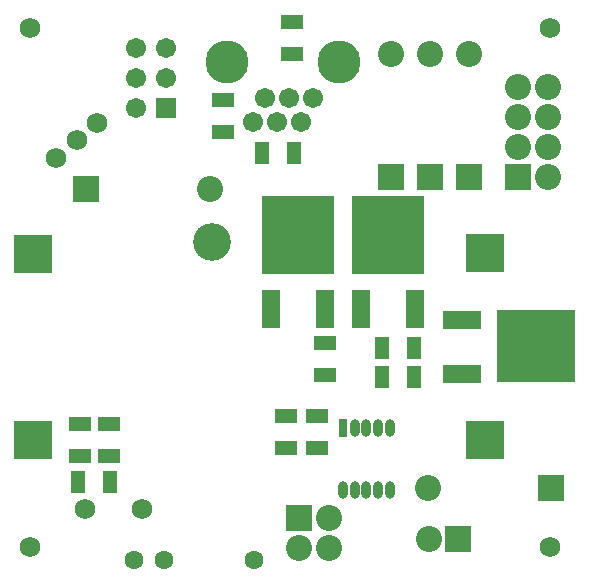
<source format=gbs>
%FSAX44Y44*%
%MOMM*%
G71*
G01*
G75*
G04 Layer_Color=16711935*
%ADD10R,1.1000X1.7000*%
%ADD11R,1.7000X1.1000*%
%ADD12R,6.0000X6.5000*%
%ADD13R,1.4000X3.0000*%
%ADD14O,0.5500X1.6500*%
%ADD15O,1.6500X0.5500*%
%ADD16R,1.4000X1.1000*%
%ADD17O,1.9000X0.6000*%
%ADD18C,1.5000*%
%ADD19C,0.5080*%
%ADD20C,1.4000*%
%ADD21C,1.5240*%
%ADD22C,3.0000*%
%ADD23R,3.0000X3.0000*%
%ADD24C,2.0000*%
%ADD25R,2.0000X2.0000*%
%ADD26C,2.0000*%
%ADD27R,2.0000X2.0000*%
%ADD28R,2.0000X2.0000*%
%ADD29C,1.5000*%
%ADD30R,1.5000X1.5000*%
%ADD31R,2.0000X2.0000*%
%ADD32C,1.4000*%
%ADD33C,0.5000*%
%ADD34C,0.8000*%
%ADD35C,3.4500*%
%ADD36O,0.5800X1.3000*%
%ADD37R,0.5800X1.3000*%
%ADD38R,6.5000X6.0000*%
%ADD39R,3.0000X1.4000*%
%ADD40C,1.0000*%
%ADD41R,2.2191X0.9960*%
%ADD42C,0.2540*%
%ADD43C,0.2500*%
%ADD44C,0.6000*%
%ADD45C,0.2000*%
%ADD46C,0.5000*%
%ADD47R,0.8000X2.8000*%
%ADD48R,2.8000X0.8000*%
%ADD49R,1.3032X1.9032*%
%ADD50R,1.9032X1.3032*%
%ADD51R,6.2032X6.7032*%
%ADD52R,1.6032X3.2032*%
%ADD53O,0.7532X1.8532*%
%ADD54O,1.8532X0.7532*%
%ADD55R,1.6032X1.3032*%
%ADD56O,2.1032X0.8032*%
%ADD57C,1.7272*%
%ADD58C,3.2032*%
%ADD59R,3.2032X3.2032*%
%ADD60C,2.2032*%
%ADD61R,2.2032X2.2032*%
%ADD62C,2.2032*%
%ADD63R,2.2032X2.2032*%
%ADD64R,2.2032X2.2032*%
%ADD65C,1.7032*%
%ADD66R,1.7032X1.7032*%
%ADD67R,2.2032X2.2032*%
%ADD68C,1.6032*%
%ADD69C,3.6532*%
%ADD70O,0.7832X1.5032*%
%ADD71R,0.7832X1.5032*%
%ADD72R,6.7032X6.2032*%
%ADD73R,3.2032X1.6032*%
D49*
X00455460Y00398780D02*
D03*
X00428460D02*
D03*
X00326860Y00563880D02*
D03*
X00353860D02*
D03*
X00428460Y00374650D02*
D03*
X00455460D02*
D03*
X00197650Y00285750D02*
D03*
X00170650D02*
D03*
D50*
X00373380Y00341160D02*
D03*
Y00314160D02*
D03*
X00346710Y00341160D02*
D03*
Y00314160D02*
D03*
X00379730Y00376390D02*
D03*
Y00403390D02*
D03*
X00351790Y00648170D02*
D03*
Y00675170D02*
D03*
X00293370Y00609130D02*
D03*
Y00582130D02*
D03*
X00172720Y00307810D02*
D03*
Y00334810D02*
D03*
X00196850Y00307810D02*
D03*
Y00334810D02*
D03*
D51*
X00356720Y00494800D02*
D03*
X00432920D02*
D03*
D52*
X00334020Y00432300D02*
D03*
X00379720Y00432300D02*
D03*
X00410220Y00432300D02*
D03*
X00455920Y00432300D02*
D03*
D57*
X00170180Y00575310D02*
D03*
X00186690Y00589280D02*
D03*
X00152400Y00560070D02*
D03*
X00225060Y00262890D02*
D03*
X00176260D02*
D03*
X00570000Y00670000D02*
D03*
X00130000D02*
D03*
Y00230000D02*
D03*
X00570000D02*
D03*
D58*
X00284580Y00488235D02*
D03*
D59*
X00132580Y00321400D02*
D03*
X00514985D02*
D03*
Y00479505D02*
D03*
X00132580Y00478235D02*
D03*
D60*
X00383540Y00255270D02*
D03*
Y00229870D02*
D03*
X00358140D02*
D03*
X00568960Y00543560D02*
D03*
Y00568960D02*
D03*
Y00594360D02*
D03*
Y00619760D02*
D03*
X00543560D02*
D03*
Y00594360D02*
D03*
Y00568960D02*
D03*
X00467760Y00237490D02*
D03*
D61*
X00358140Y00255270D02*
D03*
X00492760Y00237490D02*
D03*
D62*
X00282170Y00533400D02*
D03*
X00468630Y00647930D02*
D03*
X00501650D02*
D03*
X00466800Y00280010D02*
D03*
X00435610Y00647930D02*
D03*
D63*
X00177570Y00533400D02*
D03*
X00571400Y00280010D02*
D03*
D64*
X00543560Y00543560D02*
D03*
D65*
X00219710Y00601980D02*
D03*
Y00652780D02*
D03*
X00245110D02*
D03*
X00219710Y00627380D02*
D03*
X00245110D02*
D03*
X00359570Y00590550D02*
D03*
X00339170D02*
D03*
X00318770D02*
D03*
X00369770Y00610850D02*
D03*
X00349370D02*
D03*
X00328970D02*
D03*
D66*
X00245110Y00601980D02*
D03*
D67*
X00468630Y00543330D02*
D03*
X00501650D02*
D03*
X00435610D02*
D03*
D68*
X00218440Y00219710D02*
D03*
X00320040D02*
D03*
X00243840D02*
D03*
D69*
X00391770Y00641350D02*
D03*
X00296570D02*
D03*
D70*
X00434970Y00278270D02*
D03*
X00424970D02*
D03*
X00414970D02*
D03*
X00404970D02*
D03*
X00394970D02*
D03*
X00434970Y00331470D02*
D03*
X00424970D02*
D03*
X00414970D02*
D03*
X00404970D02*
D03*
D71*
X00394970D02*
D03*
D72*
X00558300Y00400200D02*
D03*
D73*
X00495800Y00422900D02*
D03*
X00495800Y00377200D02*
D03*
M02*

</source>
